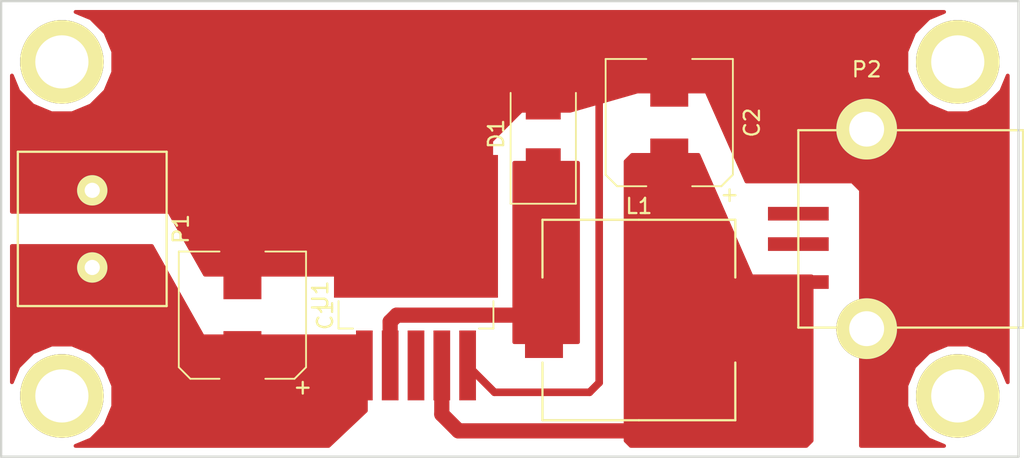
<source format=kicad_pcb>
(kicad_pcb (version 4) (host pcbnew 4.0.2-stable)

  (general
    (links 16)
    (no_connects 1)
    (area 118.763 87.63 188.375001 115.975)
    (thickness 1.6)
    (drawings 4)
    (tracks 15)
    (zones 0)
    (modules 11)
    (nets 7)
  )

  (page A4)
  (layers
    (0 F.Cu signal)
    (31 B.Cu signal)
    (32 B.Adhes user)
    (33 F.Adhes user)
    (34 B.Paste user)
    (35 F.Paste user)
    (36 B.SilkS user)
    (37 F.SilkS user)
    (38 B.Mask user)
    (39 F.Mask user)
    (40 Dwgs.User user)
    (41 Cmts.User user)
    (42 Eco1.User user)
    (43 Eco2.User user)
    (44 Edge.Cuts user)
    (45 Margin user)
    (46 B.CrtYd user)
    (47 F.CrtYd user)
    (48 B.Fab user)
    (49 F.Fab user hide)
  )

  (setup
    (last_trace_width 0.5)
    (user_trace_width 0.5)
    (user_trace_width 1)
    (trace_clearance 0.2)
    (zone_clearance 0.508)
    (zone_45_only no)
    (trace_min 0.2)
    (segment_width 0.2)
    (edge_width 0.15)
    (via_size 0.6)
    (via_drill 0.4)
    (via_min_size 0.4)
    (via_min_drill 0.3)
    (uvia_size 0.3)
    (uvia_drill 0.1)
    (uvias_allowed no)
    (uvia_min_size 0.2)
    (uvia_min_drill 0.1)
    (pcb_text_width 0.3)
    (pcb_text_size 1.5 1.5)
    (mod_edge_width 0.15)
    (mod_text_size 1 1)
    (mod_text_width 0.15)
    (pad_size 4 4)
    (pad_drill 2.3)
    (pad_to_mask_clearance 0.2)
    (aux_axis_origin 0 0)
    (visible_elements FFFFFF7F)
    (pcbplotparams
      (layerselection 0x00030_80000001)
      (usegerberextensions false)
      (excludeedgelayer true)
      (linewidth 0.100000)
      (plotframeref false)
      (viasonmask false)
      (mode 1)
      (useauxorigin false)
      (hpglpennumber 1)
      (hpglpenspeed 20)
      (hpglpendiameter 15)
      (hpglpenoverlay 2)
      (psnegative false)
      (psa4output false)
      (plotreference true)
      (plotvalue true)
      (plotinvisibletext false)
      (padsonsilk false)
      (subtractmaskfromsilk false)
      (outputformat 1)
      (mirror false)
      (drillshape 1)
      (scaleselection 1)
      (outputdirectory ""))
  )

  (net 0 "")
  (net 1 "Net-(C1-Pad1)")
  (net 2 GND)
  (net 3 "Net-(C2-Pad1)")
  (net 4 "Net-(D1-Pad1)")
  (net 5 "Net-(P2-Pad3)")
  (net 6 "Net-(P2-Pad2)")

  (net_class Default "This is the default net class."
    (clearance 0.2)
    (trace_width 0.25)
    (via_dia 0.6)
    (via_drill 0.4)
    (uvia_dia 0.3)
    (uvia_drill 0.1)
    (add_net GND)
    (add_net "Net-(C1-Pad1)")
    (add_net "Net-(C2-Pad1)")
    (add_net "Net-(D1-Pad1)")
    (add_net "Net-(P2-Pad2)")
    (add_net "Net-(P2-Pad3)")
  )

  (module Capacitors_SMD:CP_Elec_8x10 (layer F.Cu) (tedit 58AA9153) (tstamp 58F5A6E6)
    (at 35.89 40.68 90)
    (descr "SMT capacitor, aluminium electrolytic, 8x10")
    (path /58F59B10)
    (attr smd)
    (fp_text reference C1 (at 0 5.45 90) (layer F.SilkS)
      (effects (font (size 1 1) (thickness 0.15)))
    )
    (fp_text value 470uF/16V (at 0 -5.45 90) (layer F.Fab)
      (effects (font (size 1 1) (thickness 0.15)))
    )
    (fp_circle (center 0 0) (end -0.6 3.9) (layer F.Fab) (width 0.1))
    (fp_text user + (at -2.31 -0.08 90) (layer F.Fab)
      (effects (font (size 1 1) (thickness 0.15)))
    )
    (fp_text user + (at -4.78 3.9 90) (layer F.SilkS)
      (effects (font (size 1 1) (thickness 0.15)))
    )
    (fp_text user %R (at 0 5.45 90) (layer F.Fab)
      (effects (font (size 1 1) (thickness 0.15)))
    )
    (fp_line (start 4.04 4.04) (end 4.04 -4.04) (layer F.Fab) (width 0.1))
    (fp_line (start -3.37 4.04) (end 4.04 4.04) (layer F.Fab) (width 0.1))
    (fp_line (start -4.04 3.37) (end -3.37 4.04) (layer F.Fab) (width 0.1))
    (fp_line (start -4.04 -3.37) (end -4.04 3.37) (layer F.Fab) (width 0.1))
    (fp_line (start -3.37 -4.04) (end -4.04 -3.37) (layer F.Fab) (width 0.1))
    (fp_line (start 4.04 -4.04) (end -3.37 -4.04) (layer F.Fab) (width 0.1))
    (fp_line (start 4.19 4.19) (end 4.19 1.51) (layer F.SilkS) (width 0.12))
    (fp_line (start 4.19 -4.19) (end 4.19 -1.51) (layer F.SilkS) (width 0.12))
    (fp_line (start -4.19 -3.43) (end -4.19 -1.51) (layer F.SilkS) (width 0.12))
    (fp_line (start -4.19 3.43) (end -4.19 1.51) (layer F.SilkS) (width 0.12))
    (fp_line (start 4.19 4.19) (end -3.43 4.19) (layer F.SilkS) (width 0.12))
    (fp_line (start -3.43 4.19) (end -4.19 3.43) (layer F.SilkS) (width 0.12))
    (fp_line (start -4.19 -3.43) (end -3.43 -4.19) (layer F.SilkS) (width 0.12))
    (fp_line (start -3.43 -4.19) (end 4.19 -4.19) (layer F.SilkS) (width 0.12))
    (fp_line (start -5.3 -4.29) (end 5.3 -4.29) (layer F.CrtYd) (width 0.05))
    (fp_line (start -5.3 -4.29) (end -5.3 4.29) (layer F.CrtYd) (width 0.05))
    (fp_line (start 5.3 4.29) (end 5.3 -4.29) (layer F.CrtYd) (width 0.05))
    (fp_line (start 5.3 4.29) (end -5.3 4.29) (layer F.CrtYd) (width 0.05))
    (pad 1 smd rect (at -3.05 0 270) (size 4 2.5) (layers F.Cu F.Paste F.Mask)
      (net 1 "Net-(C1-Pad1)"))
    (pad 2 smd rect (at 3.05 0 270) (size 4 2.5) (layers F.Cu F.Paste F.Mask)
      (net 2 GND))
    (model Capacitors_SMD.3dshapes/CP_Elec_8x10.wrl
      (at (xyz 0 0 0))
      (scale (xyz 1 1 1))
      (rotate (xyz 0 0 180))
    )
  )

  (module Capacitors_SMD:CP_Elec_8x10 (layer F.Cu) (tedit 58AA9153) (tstamp 58F5A6EC)
    (at 64 28 90)
    (descr "SMT capacitor, aluminium electrolytic, 8x10")
    (path /58F5A3D1)
    (attr smd)
    (fp_text reference C2 (at 0 5.45 90) (layer F.SilkS)
      (effects (font (size 1 1) (thickness 0.15)))
    )
    (fp_text value 470uF/16V (at 0 -5.45 90) (layer F.Fab)
      (effects (font (size 1 1) (thickness 0.15)))
    )
    (fp_circle (center 0 0) (end -0.6 3.9) (layer F.Fab) (width 0.1))
    (fp_text user + (at -2.31 -0.08 90) (layer F.Fab)
      (effects (font (size 1 1) (thickness 0.15)))
    )
    (fp_text user + (at -4.78 3.9 90) (layer F.SilkS)
      (effects (font (size 1 1) (thickness 0.15)))
    )
    (fp_text user %R (at 0 5.45 90) (layer F.Fab)
      (effects (font (size 1 1) (thickness 0.15)))
    )
    (fp_line (start 4.04 4.04) (end 4.04 -4.04) (layer F.Fab) (width 0.1))
    (fp_line (start -3.37 4.04) (end 4.04 4.04) (layer F.Fab) (width 0.1))
    (fp_line (start -4.04 3.37) (end -3.37 4.04) (layer F.Fab) (width 0.1))
    (fp_line (start -4.04 -3.37) (end -4.04 3.37) (layer F.Fab) (width 0.1))
    (fp_line (start -3.37 -4.04) (end -4.04 -3.37) (layer F.Fab) (width 0.1))
    (fp_line (start 4.04 -4.04) (end -3.37 -4.04) (layer F.Fab) (width 0.1))
    (fp_line (start 4.19 4.19) (end 4.19 1.51) (layer F.SilkS) (width 0.12))
    (fp_line (start 4.19 -4.19) (end 4.19 -1.51) (layer F.SilkS) (width 0.12))
    (fp_line (start -4.19 -3.43) (end -4.19 -1.51) (layer F.SilkS) (width 0.12))
    (fp_line (start -4.19 3.43) (end -4.19 1.51) (layer F.SilkS) (width 0.12))
    (fp_line (start 4.19 4.19) (end -3.43 4.19) (layer F.SilkS) (width 0.12))
    (fp_line (start -3.43 4.19) (end -4.19 3.43) (layer F.SilkS) (width 0.12))
    (fp_line (start -4.19 -3.43) (end -3.43 -4.19) (layer F.SilkS) (width 0.12))
    (fp_line (start -3.43 -4.19) (end 4.19 -4.19) (layer F.SilkS) (width 0.12))
    (fp_line (start -5.3 -4.29) (end 5.3 -4.29) (layer F.CrtYd) (width 0.05))
    (fp_line (start -5.3 -4.29) (end -5.3 4.29) (layer F.CrtYd) (width 0.05))
    (fp_line (start 5.3 4.29) (end 5.3 -4.29) (layer F.CrtYd) (width 0.05))
    (fp_line (start 5.3 4.29) (end -5.3 4.29) (layer F.CrtYd) (width 0.05))
    (pad 1 smd rect (at -3.05 0 270) (size 4 2.5) (layers F.Cu F.Paste F.Mask)
      (net 3 "Net-(C2-Pad1)"))
    (pad 2 smd rect (at 3.05 0 270) (size 4 2.5) (layers F.Cu F.Paste F.Mask)
      (net 2 GND))
    (model Capacitors_SMD.3dshapes/CP_Elec_8x10.wrl
      (at (xyz 0 0 0))
      (scale (xyz 1 1 1))
      (rotate (xyz 0 0 180))
    )
  )

  (module Diodes_SMD:D_SMB_Handsoldering (layer F.Cu) (tedit 5864304C) (tstamp 58F5A6F2)
    (at 55.702 28.742 90)
    (descr "Diode SMB Handsoldering")
    (tags "Diode SMB Handsoldering")
    (path /58F599CD)
    (attr smd)
    (fp_text reference D1 (at 0 -3.1 90) (layer F.SilkS)
      (effects (font (size 1 1) (thickness 0.15)))
    )
    (fp_text value STPS340U (at 0.1 4.75 90) (layer F.Fab)
      (effects (font (size 1 1) (thickness 0.15)))
    )
    (fp_line (start -4.6 -2.15) (end -4.6 2.15) (layer F.SilkS) (width 0.12))
    (fp_line (start 2.3 2) (end -2.3 2) (layer F.Fab) (width 0.1))
    (fp_line (start -2.3 2) (end -2.3 -2) (layer F.Fab) (width 0.1))
    (fp_line (start 2.3 -2) (end 2.3 2) (layer F.Fab) (width 0.1))
    (fp_line (start 2.3 -2) (end -2.3 -2) (layer F.Fab) (width 0.1))
    (fp_line (start -4.7 -2.25) (end 4.7 -2.25) (layer F.CrtYd) (width 0.05))
    (fp_line (start 4.7 -2.25) (end 4.7 2.25) (layer F.CrtYd) (width 0.05))
    (fp_line (start 4.7 2.25) (end -4.7 2.25) (layer F.CrtYd) (width 0.05))
    (fp_line (start -4.7 2.25) (end -4.7 -2.25) (layer F.CrtYd) (width 0.05))
    (fp_line (start -0.64944 0.00102) (end -1.55114 0.00102) (layer F.Fab) (width 0.1))
    (fp_line (start 0.50118 0.00102) (end 1.4994 0.00102) (layer F.Fab) (width 0.1))
    (fp_line (start -0.64944 -0.79908) (end -0.64944 0.80112) (layer F.Fab) (width 0.1))
    (fp_line (start 0.50118 0.75032) (end 0.50118 -0.79908) (layer F.Fab) (width 0.1))
    (fp_line (start -0.64944 0.00102) (end 0.50118 0.75032) (layer F.Fab) (width 0.1))
    (fp_line (start -0.64944 0.00102) (end 0.50118 -0.79908) (layer F.Fab) (width 0.1))
    (fp_line (start -4.6 2.15) (end 2.7 2.15) (layer F.SilkS) (width 0.12))
    (fp_line (start -4.6 -2.15) (end 2.7 -2.15) (layer F.SilkS) (width 0.12))
    (pad 1 smd rect (at -2.7 0 90) (size 3.5 2.3) (layers F.Cu F.Paste F.Mask)
      (net 4 "Net-(D1-Pad1)"))
    (pad 2 smd rect (at 2.7 0 90) (size 3.5 2.3) (layers F.Cu F.Paste F.Mask)
      (net 2 GND))
    (model Diodes_SMD.3dshapes/D_SMB_Standard.wrl
      (at (xyz 0 0 0))
      (scale (xyz 1 1 1))
      (rotate (xyz 0 0 0))
    )
  )

  (module Inductors:Inductor_Wurth_HCM-1390 (layer F.Cu) (tedit 574C4793) (tstamp 58F5A6F8)
    (at 62 41)
    (descr "Inductor, Wurth Elektronik, Wurth_HCM-1390, 12.5mmx13.0mm")
    (tags "inductor wurth hcm smd")
    (path /58F59A46)
    (attr smd)
    (fp_text reference L1 (at 0 -7.5) (layer F.SilkS)
      (effects (font (size 1 1) (thickness 0.15)))
    )
    (fp_text value 33uH (at 0 8) (layer F.Fab)
      (effects (font (size 1 1) (thickness 0.15)))
    )
    (fp_line (start -7.8 -6.8) (end -7.8 6.8) (layer F.CrtYd) (width 0.05))
    (fp_line (start -7.8 6.8) (end 7.8 6.8) (layer F.CrtYd) (width 0.05))
    (fp_line (start 7.8 6.8) (end 7.8 -6.8) (layer F.CrtYd) (width 0.05))
    (fp_line (start 7.8 -6.8) (end -7.8 -6.8) (layer F.CrtYd) (width 0.05))
    (fp_line (start -6.25 -6.5) (end -6.25 6.5) (layer F.Fab) (width 0.15))
    (fp_line (start -6.25 6.5) (end 6.25 6.5) (layer F.Fab) (width 0.15))
    (fp_line (start 6.25 6.5) (end 6.25 -6.5) (layer F.Fab) (width 0.15))
    (fp_line (start 6.25 -6.5) (end -6.25 -6.5) (layer F.Fab) (width 0.15))
    (fp_line (start -6.35 -2.8) (end -6.35 -6.6) (layer F.SilkS) (width 0.15))
    (fp_line (start -6.35 -6.6) (end 0 -6.6) (layer F.SilkS) (width 0.15))
    (fp_line (start 6.35 -2.8) (end 6.35 -6.6) (layer F.SilkS) (width 0.15))
    (fp_line (start 6.35 -6.6) (end 0 -6.6) (layer F.SilkS) (width 0.15))
    (fp_line (start 6.35 2.8) (end 6.35 6.6) (layer F.SilkS) (width 0.15))
    (fp_line (start 6.35 6.6) (end 0 6.6) (layer F.SilkS) (width 0.15))
    (fp_line (start -6.35 2.8) (end -6.35 6.6) (layer F.SilkS) (width 0.15))
    (fp_line (start -6.35 6.6) (end 0 6.6) (layer F.SilkS) (width 0.15))
    (pad 1 smd rect (at -6.25 0) (size 2.5 5) (layers F.Cu F.Paste F.Mask)
      (net 4 "Net-(D1-Pad1)"))
    (pad 2 smd rect (at 6.25 0) (size 2.5 5) (layers F.Cu F.Paste F.Mask)
      (net 3 "Net-(C2-Pad1)"))
    (model Inductors.3dshapes/Inductor_Wurth_HCM-1390.wrl
      (at (xyz 0 0 0))
      (scale (xyz 1 1 1))
      (rotate (xyz 0 0 0))
    )
  )

  (module "suf_terminal_block:Stelvio CLL5.08-2" (layer F.Cu) (tedit 55C1BC2D) (tstamp 58F5A702)
    (at 26 35 90)
    (path /58F59C2E)
    (fp_text reference P1 (at 0 5.842 90) (layer F.SilkS)
      (effects (font (size 1 1) (thickness 0.15)))
    )
    (fp_text value IN (at 0 -5.842 90) (layer F.Fab)
      (effects (font (size 1 1) (thickness 0.15)))
    )
    (fp_line (start -5.08 -4.9) (end -5.08 4.9) (layer F.SilkS) (width 0.15))
    (fp_line (start -5.08 4.9) (end 5.08 4.9) (layer F.SilkS) (width 0.15))
    (fp_line (start 5.08 4.9) (end 5.08 -4.9) (layer F.SilkS) (width 0.15))
    (fp_line (start 5.08 -4.9) (end -5.08 -4.9) (layer F.SilkS) (width 0.15))
    (pad 1 thru_hole circle (at -2.54 0 90) (size 2 2) (drill 1) (layers *.Cu *.Mask F.SilkS)
      (net 1 "Net-(C1-Pad1)"))
    (pad 2 thru_hole circle (at 2.54 0 90) (size 2 2) (drill 1) (layers *.Cu *.Mask F.SilkS)
      (net 2 GND))
  )

  (module suf_connector_usb:USB-A_SMD (layer F.Cu) (tedit 58F5F1BD) (tstamp 58F5A710)
    (at 77 35 180)
    (path /58F59BAD)
    (fp_text reference P2 (at 0 10.5 180) (layer F.SilkS)
      (effects (font (size 1 1) (thickness 0.15)))
    )
    (fp_text value USB_A (at 0 -10.5 180) (layer F.Fab)
      (effects (font (size 1 1) (thickness 0.15)))
    )
    (fp_line (start 4.5 -6.5) (end -10.3 -6.5) (layer F.SilkS) (width 0.15))
    (fp_line (start -10.3 -6.5) (end -10.3 6.5) (layer F.SilkS) (width 0.15))
    (fp_line (start -10.3 6.5) (end 4.5 6.5) (layer F.SilkS) (width 0.15))
    (fp_line (start 4.5 6.5) (end 4.5 -6.5) (layer F.SilkS) (width 0.15))
    (pad 4 smd rect (at 4.5 3.5 180) (size 4 0.9) (layers F.Cu F.Paste F.Mask)
      (net 2 GND))
    (pad 3 smd rect (at 4.5 1 180) (size 4 0.9) (layers F.Cu F.Paste F.Mask)
      (net 5 "Net-(P2-Pad3)"))
    (pad 2 smd rect (at 4.5 -1 180) (size 4 0.9) (layers F.Cu F.Paste F.Mask)
      (net 6 "Net-(P2-Pad2)"))
    (pad 1 smd rect (at 4.5 -3.5 180) (size 4 0.9) (layers F.Cu F.Paste F.Mask)
      (net 3 "Net-(C2-Pad1)"))
    (pad 4 thru_hole circle (at 0 -6.57 180) (size 4 4) (drill 2.3) (layers *.Cu *.Mask F.SilkS)
      (net 2 GND))
    (pad 4 thru_hole circle (at 0 6.57 180) (size 4 4) (drill 2.3) (layers *.Cu *.Mask F.SilkS)
      (net 2 GND))
  )

  (module TO_SOT_Packages_SMD:TO-263-5Lead (layer F.Cu) (tedit 58CE4E80) (tstamp 58F5A71A)
    (at 47.32 39.41 90)
    (descr "D2PAK / TO-263 3-lead smd package")
    (tags "D2PAK D2PAK-3 TO-263AB TO-263")
    (path /58F5995F)
    (attr smd)
    (fp_text reference U1 (at 0 -6.3 270) (layer F.SilkS)
      (effects (font (size 1 1) (thickness 0.15)))
    )
    (fp_text value TS2596-5.0 (at 0 6.45 270) (layer F.Fab)
      (effects (font (size 1 1) (thickness 0.15)))
    )
    (fp_text user %R (at 3.05 0 90) (layer F.Fab)
      (effects (font (size 1 1) (thickness 0.15)))
    )
    (fp_line (start -2.15 -5.1) (end -2.15 -4.15) (layer F.SilkS) (width 0.12))
    (fp_line (start -2.15 5.1) (end -2.15 4.15) (layer F.SilkS) (width 0.12))
    (fp_line (start 9.52 5.65) (end -7.12 5.65) (layer F.CrtYd) (width 0.05))
    (fp_line (start 9.52 -5.65) (end 9.52 5.65) (layer F.CrtYd) (width 0.05))
    (fp_line (start 9.52 -5.65) (end -7.12 -5.65) (layer F.CrtYd) (width 0.05))
    (fp_line (start -7.12 -5.65) (end -7.12 5.65) (layer F.CrtYd) (width 0.05))
    (fp_line (start -2.15 5.1) (end -0.35 5.1) (layer F.SilkS) (width 0.12))
    (fp_line (start -0.35 -5.1) (end -2.15 -5.1) (layer F.SilkS) (width 0.12))
    (fp_line (start 6.95 5) (end 8.15 5) (layer F.Fab) (width 0.1))
    (fp_line (start 8.15 5) (end 8.15 -5) (layer F.Fab) (width 0.1))
    (fp_line (start 8.15 -5) (end 6.95 -5) (layer F.Fab) (width 0.1))
    (fp_line (start -2.05 -5) (end -2.05 5) (layer F.Fab) (width 0.1))
    (fp_line (start -2.05 5) (end 6.95 5) (layer F.Fab) (width 0.1))
    (fp_line (start 6.95 5) (end 6.95 -5) (layer F.Fab) (width 0.1))
    (fp_line (start 6.95 -5) (end -2.05 -5) (layer F.Fab) (width 0.1))
    (pad 5 smd rect (at -4.58 3.4 90) (size 4.6 1.1) (layers F.Cu F.Paste F.Mask)
      (net 2 GND))
    (pad 4 smd rect (at -4.58 1.7 90) (size 4.6 1.1) (layers F.Cu F.Paste F.Mask)
      (net 3 "Net-(C2-Pad1)"))
    (pad 2 smd rect (at -4.58 -1.7 90) (size 4.6 1.1) (layers F.Cu F.Paste F.Mask)
      (net 4 "Net-(D1-Pad1)"))
    (pad 3 smd rect (at 4.58 0 90) (size 9.4 10.8) (layers F.Cu F.Paste F.Mask)
      (net 2 GND))
    (pad 3 smd rect (at -4.58 0 90) (size 4.6 1.1) (layers F.Cu F.Paste F.Mask)
      (net 2 GND))
    (pad 1 smd rect (at -4.58 -3.4 90) (size 4.6 1.1) (layers F.Cu F.Paste F.Mask)
      (net 1 "Net-(C1-Pad1)"))
    (model ${KISYS3DMOD}/TO_SOT_Packages_SMD.3dshapes/TO-263-5Lead.wrl
      (at (xyz -0.18 0 0))
      (scale (xyz 1 1 1))
      (rotate (xyz 0 0 90))
    )
  )

  (module suf_mounting:MNT_HOLE_3.5 (layer F.Cu) (tedit 4AAB215B) (tstamp 58F63F1E)
    (at 83 24)
    (fp_text reference MNT_HOLE_3.5 (at 0 -6.35) (layer F.SilkS) hide
      (effects (font (thickness 0.3048)))
    )
    (fp_text value Val** (at 0 0) (layer F.SilkS) hide
      (effects (font (thickness 0.3048)))
    )
    (pad "" thru_hole circle (at 0 0) (size 5.4991 5.4991) (drill 3.50012) (layers *.Cu *.Mask F.SilkS))
  )

  (module suf_mounting:MNT_HOLE_3.5 (layer F.Cu) (tedit 4AAB215B) (tstamp 58F63F2D)
    (at 83 46)
    (fp_text reference MNT_HOLE_3.5 (at 0 -6.35) (layer F.SilkS) hide
      (effects (font (thickness 0.3048)))
    )
    (fp_text value Val** (at 0 0) (layer F.SilkS) hide
      (effects (font (thickness 0.3048)))
    )
    (pad "" thru_hole circle (at 0 0) (size 5.4991 5.4991) (drill 3.50012) (layers *.Cu *.Mask F.SilkS))
  )

  (module suf_mounting:MNT_HOLE_3.5 (layer F.Cu) (tedit 4AAB215B) (tstamp 58F63F6D)
    (at 24 24)
    (fp_text reference MNT_HOLE_3.5 (at 0 -6.35) (layer F.SilkS) hide
      (effects (font (thickness 0.3048)))
    )
    (fp_text value Val** (at 0 0) (layer F.SilkS) hide
      (effects (font (thickness 0.3048)))
    )
    (pad "" thru_hole circle (at 0 0) (size 5.4991 5.4991) (drill 3.50012) (layers *.Cu *.Mask F.SilkS))
  )

  (module suf_mounting:MNT_HOLE_3.5 (layer F.Cu) (tedit 4AAB215B) (tstamp 58F63F73)
    (at 24 46)
    (fp_text reference MNT_HOLE_3.5 (at 0 -6.35) (layer F.SilkS) hide
      (effects (font (thickness 0.3048)))
    )
    (fp_text value Val** (at 0 0) (layer F.SilkS) hide
      (effects (font (thickness 0.3048)))
    )
    (pad "" thru_hole circle (at 0 0) (size 5.4991 5.4991) (drill 3.50012) (layers *.Cu *.Mask F.SilkS))
  )

  (gr_line (start 20 50) (end 20 20) (angle 90) (layer Edge.Cuts) (width 0.15))
  (gr_line (start 87 50) (end 20 50) (angle 90) (layer Edge.Cuts) (width 0.15))
  (gr_line (start 87 20) (end 87 50) (angle 90) (layer Edge.Cuts) (width 0.15))
  (gr_line (start 20 20) (end 87 20) (angle 90) (layer Edge.Cuts) (width 0.15))

  (segment (start 50.72 43.99) (end 52.49 45.76) (width 0.5) (layer F.Cu) (net 2))
  (segment (start 58.717 26.042) (end 55.702 26.042) (width 0.5) (layer F.Cu) (net 2) (tstamp 58F5F525))
  (segment (start 59.385 26.71) (end 58.717 26.042) (width 0.5) (layer F.Cu) (net 2) (tstamp 58F5F51F))
  (segment (start 59.385 45.125) (end 59.385 26.71) (width 0.5) (layer F.Cu) (net 2) (tstamp 58F5F512))
  (segment (start 58.75 45.76) (end 59.385 45.125) (width 0.5) (layer F.Cu) (net 2) (tstamp 58F5F50D))
  (segment (start 52.49 45.76) (end 58.75 45.76) (width 0.5) (layer F.Cu) (net 2) (tstamp 58F5F503))
  (segment (start 68.25 41) (end 68.25 43.88) (width 1) (layer F.Cu) (net 3))
  (segment (start 49.02 47.206) (end 49.02 43.99) (width 1) (layer F.Cu) (net 3) (tstamp 58F5F13C))
  (segment (start 50.114 48.3) (end 49.02 47.206) (width 1) (layer F.Cu) (net 3) (tstamp 58F5F12C))
  (segment (start 63.83 48.3) (end 50.114 48.3) (width 1) (layer F.Cu) (net 3) (tstamp 58F5F127))
  (segment (start 68.25 43.88) (end 63.83 48.3) (width 1) (layer F.Cu) (net 3) (tstamp 58F5F122))
  (segment (start 45.62 43.99) (end 45.62 41.11) (width 1) (layer F.Cu) (net 4))
  (segment (start 46.05 40.68) (end 55.43 40.68) (width 1) (layer F.Cu) (net 4) (tstamp 58F5F3BF))
  (segment (start 45.62 41.11) (end 46.05 40.68) (width 1) (layer F.Cu) (net 4) (tstamp 58F5F3B9))
  (segment (start 55.43 40.68) (end 55.75 41) (width 1) (layer F.Cu) (net 4) (tstamp 58F5F3C4))

  (zone (net 2) (net_name GND) (layer F.Cu) (tstamp 58F5F228) (hatch edge 0.508)
    (connect_pads yes (clearance 0.508))
    (min_thickness 0.254)
    (fill yes (arc_segments 16) (thermal_gap 0.508) (thermal_bridge_width 0.508))
    (polygon
      (pts
        (xy 87 20) (xy 87 50) (xy 76.5 50) (xy 76.5 32.5) (xy 76 32)
        (xy 69 32) (xy 66.37 26.075) (xy 61.925 26.075) (xy 57.48 27.345) (xy 54.305 27.345)
        (xy 52.4 29.25) (xy 52.4 38.14) (xy 33.35 38.14) (xy 31 34) (xy 20 34)
        (xy 20 20)
      )
    )
    (filled_polygon
      (pts
        (xy 81.085311 21.129045) (xy 80.132391 22.080303) (xy 79.616039 23.323818) (xy 79.614864 24.670275) (xy 80.129045 25.914689)
        (xy 81.080303 26.867609) (xy 82.323818 27.383961) (xy 83.670275 27.385136) (xy 84.914689 26.870955) (xy 85.867609 25.919697)
        (xy 86.29 24.902465) (xy 86.29 45.099478) (xy 85.870955 44.085311) (xy 84.919697 43.132391) (xy 83.676182 42.616039)
        (xy 82.329725 42.614864) (xy 81.085311 43.129045) (xy 80.132391 44.080303) (xy 79.616039 45.323818) (xy 79.614864 46.670275)
        (xy 80.129045 47.914689) (xy 81.080303 48.867609) (xy 82.097535 49.29) (xy 76.627 49.29) (xy 76.627 32.5)
        (xy 76.616994 32.45059) (xy 76.589803 32.410197) (xy 76.089803 31.910197) (xy 76.047789 31.882334) (xy 76 31.873)
        (xy 69.082576 31.873) (xy 66.486078 26.023475) (xy 66.456887 25.982373) (xy 66.414004 25.955867) (xy 66.37 25.948)
        (xy 61.925 25.948) (xy 61.89011 25.952886) (xy 57.462211 27.218) (xy 54.305 27.218) (xy 54.25559 27.228006)
        (xy 54.215197 27.255197) (xy 52.310197 29.160197) (xy 52.282334 29.202211) (xy 52.273 29.25) (xy 52.273 38.013)
        (xy 33.423944 38.013) (xy 31.110447 33.937307) (xy 31.077354 33.899276) (xy 31.032072 33.877116) (xy 31 33.873)
        (xy 20.71 33.873) (xy 20.71 24.900522) (xy 21.129045 25.914689) (xy 22.080303 26.867609) (xy 23.323818 27.383961)
        (xy 24.670275 27.385136) (xy 25.914689 26.870955) (xy 26.867609 25.919697) (xy 27.383961 24.676182) (xy 27.385136 23.329725)
        (xy 26.870955 22.085311) (xy 25.919697 21.132391) (xy 24.902465 20.71) (xy 82.099478 20.71)
      )
    )
  )
  (zone (net 1) (net_name "Net-(C1-Pad1)") (layer F.Cu) (tstamp 58F5F2CD) (hatch edge 0.508)
    (connect_pads yes (clearance 0.508))
    (min_thickness 0.254)
    (fill yes (arc_segments 16) (thermal_gap 0.508) (thermal_bridge_width 0.508))
    (polygon
      (pts
        (xy 33.35 41.95) (xy 44.145 41.95) (xy 44.145 47.03) (xy 41 50) (xy 20 50)
        (xy 20 36) (xy 30 36) (xy 33.35 41.95)
      )
    )
    (filled_polygon
      (pts
        (xy 33.239335 42.012307) (xy 33.272295 42.050453) (xy 33.317499 42.072771) (xy 33.35 42.077) (xy 44.018 42.077)
        (xy 44.018 46.975253) (xy 41.566863 49.29) (xy 24.900522 49.29) (xy 25.914689 48.870955) (xy 26.867609 47.919697)
        (xy 27.383961 46.676182) (xy 27.385136 45.329725) (xy 26.870955 44.085311) (xy 25.919697 43.132391) (xy 24.676182 42.616039)
        (xy 23.329725 42.614864) (xy 22.085311 43.129045) (xy 21.132391 44.080303) (xy 20.71 45.097535) (xy 20.71 36.127)
        (xy 29.925759 36.127)
      )
    )
  )
  (zone (net 4) (net_name "Net-(D1-Pad1)") (layer F.Cu) (tstamp 58F5F3E7) (hatch edge 0.508)
    (connect_pads yes (clearance 0.508))
    (min_thickness 0.254)
    (fill yes (arc_segments 16) (thermal_gap 0.508) (thermal_bridge_width 0.508))
    (polygon
      (pts
        (xy 58.115 42.585) (xy 53.67 42.585) (xy 53.67 30.52) (xy 58.115 30.52) (xy 58.115 42.585)
      )
    )
    (filled_polygon
      (pts
        (xy 57.988 42.458) (xy 53.797 42.458) (xy 53.797 30.647) (xy 57.988 30.647)
      )
    )
  )
  (zone (net 3) (net_name "Net-(C2-Pad1)") (layer F.Cu) (tstamp 58F63E00) (hatch edge 0.508)
    (connect_pads yes (clearance 0.508))
    (min_thickness 0.254)
    (fill yes (arc_segments 16) (thermal_gap 0.508) (thermal_bridge_width 0.508))
    (polygon
      (pts
        (xy 69.5 38) (xy 73.5 38) (xy 73.5 49) (xy 72.5 50) (xy 62 50)
        (xy 61 49) (xy 61 30.5) (xy 61.5 30) (xy 66 30) (xy 69.5 38)
      )
    )
    (filled_polygon
      (pts
        (xy 69.383648 38.050904) (xy 69.412619 38.092161) (xy 69.45536 38.118896) (xy 69.5 38.127) (xy 73.373 38.127)
        (xy 73.373 48.947394) (xy 73.030394 49.29) (xy 61.469606 49.29) (xy 61.127 48.947394) (xy 61.127 30.552606)
        (xy 61.552606 30.127) (xy 65.91694 30.127)
      )
    )
  )
)

</source>
